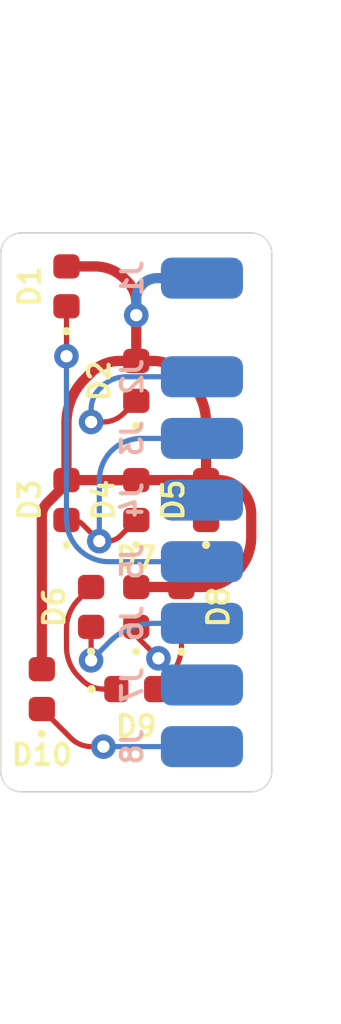
<source format=kicad_pcb>
(kicad_pcb (version 20211014) (generator pcbnew)
  (layers (0 "F.Cu" signal) (31 "B.Cu" signal) (34 "B.Paste" user) (35 "F.Paste" user) (36 "B.SilkS" user "B.Silkscreen") (37 "F.SilkS" user "F.Silkscreen") (38 "B.Mask" user) (39 "F.Mask" user) (44 "Edge.Cuts" user))
  (net 0 "")
  (net 1 "Net-(D1-Pad1)")
  (net 2 "Net-(D3-Pad1)")
  (net 3 "Net-(D5-Pad1)")
  (net 4 "Net-(D6-Pad1)")
  (net 5 "Net-(D2-Pad2)")
  (net 6 "Net-(D2-Pad1)")
  (net 7 "Net-(D6-Pad2)")
  (net 8 "Net-(D7-Pad1)")
  (net 9 "Net-(D9-Pad2)")
  (net 10 "Net-(D10-Pad1)")
  (footprint "LED_SMD:LED_0402_1005Metric" (layer "F.Cu") (at 123.3 84.1)
    (fp_text reference "D9" (at 0 0.9) (layer "F.SilkS") (effects (font (size 0.5 0.5) (thickness 0.1))))
    (fp_text value "LED")
    (fp_circle (center -1.09 0) (end -1.04 0) (layer "F.SilkS") (width 0.1) (fill none))
    (pad "1" smd roundrect (at -0.485 0) (size 0.59 0.64) (layers "F.Cu" "F.Paste" "F.Mask") (net 7 "Net-(D6-Pad2)"))
    (pad "2" smd roundrect (at 0.485 0) (size 0.59 0.64) (layers "F.Cu" "F.Paste" "F.Mask") (net 9 "Net-(D9-Pad2)"))
  )
  (footprint "LED_SMD:LED_0402_1005Metric" (layer "F.Cu") (at 123.3 82.1 90)
    (fp_text reference "D7" (at 1.2 0 180) (layer "F.SilkS") (effects (font (size 0.5 0.5) (thickness 0.1))))
    (fp_text value "LED")
    (fp_circle (center -1.09 0) (end -1.04 0) (layer "F.SilkS") (width 0.1) (fill none))
    (pad "1" smd roundrect (at -0.485 0 90) (size 0.59 0.64) (layers "F.Cu" "F.Paste" "F.Mask") (net 8 "Net-(D7-Pad1)"))
    (pad "2" smd roundrect (at 0.485 0 90) (size 0.59 0.64) (layers "F.Cu" "F.Paste" "F.Mask") (net 5 "Net-(D2-Pad2)"))
  )
  (footprint "LED_SMD:LED_0402_1005Metric" (layer "F.Cu") (at 125 79.5 90)
    (fp_text reference "D5" (at 0 -0.8 90) (layer "F.SilkS") (effects (font (size 0.5 0.5) (thickness 0.1))))
    (fp_text value "LED")
    (fp_circle (center -1.09 0) (end -1.04 0) (layer "F.SilkS") (width 0.1) (fill none))
    (pad "1" smd roundrect (at -0.485 0 90) (size 0.59 0.64) (layers "F.Cu" "F.Paste" "F.Mask") (net 3 "Net-(D5-Pad1)"))
    (pad "2" smd roundrect (at 0.485 0 90) (size 0.59 0.64) (layers "F.Cu" "F.Paste" "F.Mask") (net 5 "Net-(D2-Pad2)"))
  )
  (footprint "LED_SMD:LED_0402_1005Metric" (layer "F.Cu") (at 121.6 74.3 90)
    (fp_text reference "D1" (at 0 -0.9 90) (layer "F.SilkS") (effects (font (size 0.5 0.5) (thickness 0.1))))
    (fp_text value "LED")
    (fp_circle (center -1.09 0) (end -1.04 0) (layer "F.SilkS") (width 0.1) (fill none))
    (pad "1" smd roundrect (at -0.485 0 90) (size 0.59 0.64) (layers "F.Cu" "F.Paste" "F.Mask") (net 1 "Net-(D1-Pad1)"))
    (pad "2" smd roundrect (at 0.485 0 90) (size 0.59 0.64) (layers "F.Cu" "F.Paste" "F.Mask") (net 5 "Net-(D2-Pad2)"))
  )
  (footprint "LED_SMD:LED_0402_1005Metric" (layer "F.Cu") (at 124.4 82.1 90)
    (fp_text reference "D8" (at 0 0.9 270) (layer "F.SilkS") (effects (font (size 0.5 0.5) (thickness 0.1))))
    (fp_text value "LED")
    (fp_circle (center -1.09 0) (end -1.04 0) (layer "F.SilkS") (width 0.1) (fill none))
    (pad "1" smd roundrect (at -0.485 0 90) (size 0.59 0.64) (layers "F.Cu" "F.Paste" "F.Mask") (net 9 "Net-(D9-Pad2)"))
    (pad "2" smd roundrect (at 0.485 0 90) (size 0.59 0.64) (layers "F.Cu" "F.Paste" "F.Mask") (net 5 "Net-(D2-Pad2)"))
  )
  (footprint "LED_SMD:LED_0402_1005Metric" (layer "F.Cu") (at 121.6 79.5 90)
    (fp_text reference "D3" (at 0 -0.9 90) (layer "F.SilkS") (effects (font (size 0.5 0.5) (thickness 0.1))))
    (fp_text value "LED")
    (fp_circle (center -1.09 0) (end -1.04 0) (layer "F.SilkS") (width 0.1) (fill none))
    (pad "1" smd roundrect (at -0.485 0 90) (size 0.59 0.64) (layers "F.Cu" "F.Paste" "F.Mask") (net 2 "Net-(D3-Pad1)"))
    (pad "2" smd roundrect (at 0.485 0 90) (size 0.59 0.64) (layers "F.Cu" "F.Paste" "F.Mask") (net 5 "Net-(D2-Pad2)"))
  )
  (footprint "LED_SMD:LED_0402_1005Metric" (layer "F.Cu") (at 122.2 82.1 90)
    (fp_text reference "D6" (at 0 -0.9 90) (layer "F.SilkS") (effects (font (size 0.5 0.5) (thickness 0.1))))
    (fp_text value "LED")
    (fp_circle (center -1.09 0) (end -1.04 0) (layer "F.SilkS") (width 0.1) (fill none))
    (pad "1" smd roundrect (at -0.485 0 90) (size 0.59 0.64) (layers "F.Cu" "F.Paste" "F.Mask") (net 4 "Net-(D6-Pad1)"))
    (pad "2" smd roundrect (at 0.485 0 90) (size 0.59 0.64) (layers "F.Cu" "F.Paste" "F.Mask") (net 7 "Net-(D6-Pad2)"))
  )
  (footprint "LED_SMD:LED_0402_1005Metric" (layer "F.Cu") (at 123.3 76.6 90)
    (fp_text reference "D2" (at 0 -0.9 90) (layer "F.SilkS") (effects (font (size 0.5 0.5) (thickness 0.1))))
    (fp_text value "LED")
    (fp_circle (center -1.09 0) (end -1.04 0) (layer "F.SilkS") (width 0.1) (fill none))
    (pad "1" smd roundrect (at -0.485 0 90) (size 0.59 0.64) (layers "F.Cu" "F.Paste" "F.Mask") (net 6 "Net-(D2-Pad1)"))
    (pad "2" smd roundrect (at 0.485 0 90) (size 0.59 0.64) (layers "F.Cu" "F.Paste" "F.Mask") (net 5 "Net-(D2-Pad2)"))
  )
  (footprint "LED_SMD:LED_0402_1005Metric" (layer "F.Cu") (at 121 84.1 90)
    (fp_text reference "D10" (at -1.6 0 180) (layer "F.SilkS") (effects (font (size 0.5 0.5) (thickness 0.1))))
    (fp_text value "LED")
    (fp_circle (center -1.09 0) (end -1.04 0) (layer "F.SilkS") (width 0.1) (fill none))
    (pad "1" smd roundrect (at -0.485 0 90) (size 0.59 0.64) (layers "F.Cu" "F.Paste" "F.Mask") (net 10 "Net-(D10-Pad1)"))
    (pad "2" smd roundrect (at 0.485 0 90) (size 0.59 0.64) (layers "F.Cu" "F.Paste" "F.Mask") (net 5 "Net-(D2-Pad2)"))
  )
  (footprint "LED_SMD:LED_0402_1005Metric" (layer "F.Cu") (at 123.3 79.5 90)
    (fp_text reference "D4" (at 0 -0.8 90) (layer "F.SilkS") (effects (font (size 0.5 0.5) (thickness 0.1))))
    (fp_text value "LED")
    (fp_circle (center -1.09 0) (end -1.04 0) (layer "F.SilkS") (width 0.1) (fill none))
    (pad "1" smd roundrect (at -0.485 0 90) (size 0.59 0.64) (layers "F.Cu" "F.Paste" "F.Mask") (net 2 "Net-(D3-Pad1)"))
    (pad "2" smd roundrect (at 0.485 0 90) (size 0.59 0.64) (layers "F.Cu" "F.Paste" "F.Mask") (net 5 "Net-(D2-Pad2)"))
  )
  (footprint "Connector_Wire:SolderWirePad_1x01_SMD_1x2mm" (layer "B.Cu") (at 124.9 81 -90)
    (fp_text reference "J5" (at 0 1.7 90) (layer "B.SilkS") (effects (font (size 0.5 0.5) (thickness 0.1)) (justify mirror)))
    (fp_text value "Conn_01x01_Male")
    (pad "1" smd roundrect (at 0 0 270) (size 1 2) (layers "B.Cu" "B.Paste" "B.Mask") (net 1 "Net-(D1-Pad1)"))
  )
  (footprint "Connector_Wire:SolderWirePad_1x01_SMD_1x2mm" (layer "B.Cu") (at 124.9 74.1 -90)
    (fp_text reference "J1" (at 0 1.7 90) (layer "B.SilkS") (effects (font (size 0.5 0.5) (thickness 0.1)) (justify mirror)))
    (fp_text value "Conn_01x01_Male")
    (pad "1" smd roundrect (at 0 0 270) (size 1 2) (layers "B.Cu" "B.Paste" "B.Mask") (net 5 "Net-(D2-Pad2)"))
  )
  (footprint "Connector_Wire:SolderWirePad_1x01_SMD_1x2mm" (layer "B.Cu") (at 124.9 79.5 -90)
    (fp_text reference "J4" (at 0 1.7 90) (layer "B.SilkS") (effects (font (size 0.5 0.5) (thickness 0.1)) (justify mirror)))
    (fp_text value "Conn_01x01_Male")
    (pad "1" smd roundrect (at 0 0 270) (size 1 2) (layers "B.Cu" "B.Paste" "B.Mask") (net 3 "Net-(D5-Pad1)"))
  )
  (footprint "Connector_Wire:SolderWirePad_1x01_SMD_1x2mm" (layer "B.Cu") (at 124.9 84 -90)
    (fp_text reference "J7" (at 0 1.7 90) (layer "B.SilkS") (effects (font (size 0.5 0.5) (thickness 0.1)) (justify mirror)))
    (fp_text value "Conn_01x01_Male")
    (pad "1" smd roundrect (at 0 0 270) (size 1 2) (layers "B.Cu" "B.Paste" "B.Mask") (net 8 "Net-(D7-Pad1)"))
  )
  (footprint "Connector_Wire:SolderWirePad_1x01_SMD_1x2mm" (layer "B.Cu") (at 124.9 82.5 -90)
    (fp_text reference "J6" (at 0 1.7 90) (layer "B.SilkS") (effects (font (size 0.5 0.5) (thickness 0.1)) (justify mirror)))
    (fp_text value "Conn_01x01_Male")
    (pad "1" smd roundrect (at 0 0 270) (size 1 2) (layers "B.Cu" "B.Paste" "B.Mask") (net 4 "Net-(D6-Pad1)"))
  )
  (footprint "Connector_Wire:SolderWirePad_1x01_SMD_1x2mm" (layer "B.Cu") (at 124.9 76.5 -90)
    (fp_text reference "J2" (at 0 1.7 90) (layer "B.SilkS") (effects (font (size 0.5 0.5) (thickness 0.1)) (justify mirror)))
    (fp_text value "Conn_01x01_Male")
    (pad "1" smd roundrect (at 0 0 270) (size 1 2) (layers "B.Cu" "B.Paste" "B.Mask") (net 6 "Net-(D2-Pad1)"))
  )
  (footprint "Connector_Wire:SolderWirePad_1x01_SMD_1x2mm" (layer "B.Cu") (at 124.9 85.5 -90)
    (fp_text reference "J8" (at 0 1.7 90) (layer "B.SilkS") (effects (font (size 0.5 0.5) (thickness 0.1)) (justify mirror)))
    (fp_text value "Conn_01x01_Male")
    (pad "1" smd roundrect (at 0 0 270) (size 1 2) (layers "B.Cu" "B.Paste" "B.Mask") (net 10 "Net-(D10-Pad1)"))
  )
  (footprint "Connector_Wire:SolderWirePad_1x01_SMD_1x2mm" (layer "B.Cu") (at 124.9 78 -90)
    (fp_text reference "J3" (at 0 1.7 90) (layer "B.SilkS") (effects (font (size 0.5 0.5) (thickness 0.1)) (justify mirror)))
    (fp_text value "Conn_01x01_Male")
    (pad "1" smd roundrect (at 0 0 270) (size 1 2) (layers "B.Cu" "B.Paste" "B.Mask") (net 2 "Net-(D3-Pad1)"))
  )
  (gr_arc (start 126.6 86.1) (mid 126.453553 86.453553) (end 126.1 86.6) (layer "Edge.Cuts") (width 0.0381))
  (gr_line (start 120.5 86.6) (end 126.1 86.6) (layer "Edge.Cuts") (width 0.0381))
  (gr_line (start 120 86.1) (end 120 73.5) (layer "Edge.Cuts") (width 0.0381))
  (gr_line (start 120.5 73) (end 126.1 73) (layer "Edge.Cuts") (width 0.0381))
  (gr_arc (start 120.5 86.6) (mid 120.146447 86.453553) (end 120 86.1) (layer "Edge.Cuts") (width 0.0381))
  (gr_line (start 126.6 86.1) (end 126.6 73.5) (layer "Edge.Cuts") (width 0.0381))
  (gr_arc (start 126.1 73) (mid 126.453553 73.146447) (end 126.6 73.5) (layer "Edge.Cuts") (width 0.0381))
  (gr_arc (start 120 73.5) (mid 120.146447 73.146447) (end 120.5 73) (layer "Edge.Cuts") (width 0.0381))
  (segment (start 121.6 76) (end 121.6 74.795606) (width 0.127) (layer "F.Cu") (net 1))
  (segment (start 121.6075 74.7925) (end 121.615 74.8) (width 0.127) (layer "F.Cu") (net 1))
  (via (at 121.6 76) (size 0.6) (drill 0.3) (layers "F.Cu" "B.Cu") (net 1))
  (arc (start 121.6075 74.7925) (mid 121.602712 74.791547) (end 121.6 74.795606) (width 0.127) (layer "F.Cu") (net 1))
  (segment (start 122.636246 81) (end 124.9 81) (width 0.127) (layer "B.Cu") (net 1))
  (segment (start 121.6 76) (end 121.6 79.963753) (width 0.127) (layer "B.Cu") (net 1))
  (arc (start 121.903509 80.69649) (mid 122.239691 80.92112) (end 122.636246 81) (width 0.127) (layer "B.Cu") (net 1))
  (arc (start 121.6 79.963753) (mid 121.678879 80.360307) (end 121.903509 80.69649) (width 0.127) (layer "B.Cu") (net 1))
  (segment (start 122.4 80.5) (end 122.5925 80.5) (width 0.127) (layer "F.Cu") (net 2))
  (segment (start 122.4 80.5) (end 121.985762 80.085762) (width 0.127) (layer "F.Cu") (net 2))
  (segment (start 122.921118 80.363881) (end 123.3 79.985) (width 0.127) (layer "F.Cu") (net 2))
  (segment (start 121.7425 79.985) (end 121.6 79.985) (width 0.127) (layer "F.Cu") (net 2))
  (via (at 122.4 80.5) (size 0.6) (drill 0.3) (layers "F.Cu" "B.Cu") (net 2))
  (arc (start 121.985762 80.085762) (mid 121.874152 80.011187) (end 121.7425 79.985) (width 0.127) (layer "F.Cu") (net 2))
  (arc (start 122.921118 80.363881) (mid 122.770346 80.464623) (end 122.5925 80.5) (width 0.127) (layer "F.Cu") (net 2))
  (segment (start 123.424264 78) (end 124.9 78) (width 0.127) (layer "B.Cu") (net 2))
  (segment (start 122.4 80.5) (end 122.4 79.024264) (width 0.127) (layer "B.Cu") (net 2))
  (arc (start 123.424264 78) (mid 123.032295 78.077967) (end 122.7 78.3) (width 0.127) (layer "B.Cu") (net 2))
  (arc (start 122.7 78.3) (mid 122.477967 78.632295) (end 122.4 79.024264) (width 0.127) (layer "B.Cu") (net 2))
  (segment (start 125.5 79.5) (end 124.9 79.5) (width 0.127) (layer "B.Cu") (net 3))
  (segment (start 122.2 83.4) (end 122.2 82.585) (width 0.127) (layer "F.Cu") (net 4))
  (via (at 122.2 83.4) (size 0.6) (drill 0.3) (layers "F.Cu" "B.Cu") (net 4))
  (segment (start 122.65 82.95) (end 122.2 83.4) (width 0.127) (layer "B.Cu") (net 4))
  (segment (start 123.736396 82.5) (end 124.9 82.5) (width 0.127) (layer "B.Cu") (net 4))
  (arc (start 123.736396 82.5) (mid 123.148442 82.616951) (end 122.65 82.95) (width 0.127) (layer "B.Cu") (net 4))
  (segment (start 123.7075 76.115) (end 123.3 76.115) (width 0.25) (layer "F.Cu") (net 5))
  (segment (start 122.301342 73.815) (end 121.6 73.815) (width 0.25) (layer "F.Cu") (net 5))
  (segment (start 121.64285 79.015) (end 123.3 79.015) (width 0.25) (layer "F.Cu") (net 5))
  (segment (start 126.1 79.842946) (end 126.1 80.394418) (width 0.25) (layer "F.Cu") (net 5))
  (segment (start 121.5697 79.131) (end 121.133098 79.567603) (width 0.25) (layer "F.Cu") (net 5))
  (segment (start 124.403146 76.403146) (end 124.5575 76.5575) (width 0.25) (layer "F.Cu") (net 5))
  (segment (start 125.3075 79.015) (end 125 79.015) (width 0.25) (layer "F.Cu") (net 5))
  (segment (start 121.6 78.972149) (end 121.6 77.625789) (width 0.25) (layer "F.Cu") (net 5))
  (segment (start 125 79.015) (end 125 77.625789) (width 0.25) (layer "F.Cu") (net 5))
  (segment (start 123.3 76.115) (end 123.3 75) (width 0.25) (layer "F.Cu") (net 5))
  (segment (start 124.4 81.615) (end 123.3 81.615) (width 0.25) (layer "F.Cu") (net 5))
  (segment (start 125 79.015) (end 123.3 79.015) (width 0.25) (layer "F.Cu") (net 5))
  (segment (start 125.8575 79.2575) (end 125.832435 79.232435) (width 0.25) (layer "F.Cu") (net 5))
  (segment (start 123.0075 74.1075) (end 123.087867 74.187867) (width 0.25) (layer "F.Cu") (net 5))
  (segment (start 121 79.888932) (end 121 83.615) (width 0.25) (layer "F.Cu") (net 5))
  (segment (start 122.042499 76.557499) (end 122.196853 76.403146) (width 0.25) (layer "F.Cu") (net 5))
  (segment (start 121.6 79.05785) (end 121.6 78.972149) (width 0.25) (layer "F.Cu") (net 5))
  (segment (start 123.3 74.7) (end 123.3 75) (width 0.25) (layer "F.Cu") (net 5))
  (segment (start 124.8925 81.615) (end 124.4 81.615) (width 0.25) (layer "F.Cu") (net 5))
  (segment (start 125.73325 81.266749) (end 125.7425 81.2575) (width 0.25) (layer "F.Cu") (net 5))
  (segment (start 123.3 76.115) (end 122.8925 76.115) (width 0.25) (layer "F.Cu") (net 5))
  (via (at 123.3 75) (size 0.6) (drill 0.3) (layers "F.Cu" "B.Cu") (net 5))
  (arc (start 125.832435 79.232435) (mid 125.591592 79.071509) (end 125.3075 79.015) (width 0.25) (layer "F.Cu") (net 5))
  (arc (start 124.5575 76.5575) (mid 124.884997 77.047635) (end 125 77.625789) (width 0.25) (layer "F.Cu") (net 5))
  (arc (start 121.6 78.972149) (mid 121.61255 79.002449) (end 121.64285 79.015) (width 0.25) (layer "F.Cu") (net 5))
  (arc (start 123.087867 74.187867) (mid 123.244868 74.422835) (end 123.3 74.7) (width 0.25) (layer "F.Cu") (net 5))
  (arc (start 122.8925 76.115) (mid 122.516018 76.189886) (end 122.196853 76.403146) (width 0.25) (layer "F.Cu") (net 5))
  (arc (start 125.73325 81.266749) (mid 125.34751 81.524492) (end 124.8925 81.615) (width 0.25) (layer "F.Cu") (net 5))
  (arc (start 123.0075 74.1075) (mid 122.683512 73.891018) (end 122.301342 73.815) (width 0.25) (layer "F.Cu") (net 5))
  (arc (start 121.64285 79.015) (mid 121.61255 79.02755) (end 121.6 79.05785) (width 0.25) (layer "F.Cu") (net 5))
  (arc (start 121.133098 79.567603) (mid 121.034591 79.71503) (end 121 79.888932) (width 0.25) (layer "F.Cu") (net 5))
  (arc (start 121.6 79.05785) (mid 121.592125 79.097438) (end 121.5697 79.131) (width 0.25) (layer "F.Cu") (net 5))
  (arc (start 124.403146 76.403146) (mid 124.08398 76.189886) (end 123.7075 76.115) (width 0.25) (layer "F.Cu") (net 5))
  (arc (start 125.8575 79.2575) (mid 126.036976 79.526105) (end 126.1 79.842946) (width 0.25) (layer "F.Cu") (net 5))
  (arc (start 122.042499 76.557499) (mid 121.715001 77.047634) (end 121.6 77.625789) (width 0.25) (layer "F.Cu") (net 5))
  (arc (start 126.1 80.394418) (mid 126.007088 80.861514) (end 125.7425 81.2575) (width 0.25) (layer "F.Cu") (net 5))
  (segment (start 123.812132 74.1) (end 124.9 74.1) (width 0.25) (layer "B.Cu") (net 5))
  (segment (start 123.3 75) (end 123.3 74.612132) (width 0.25) (layer "B.Cu") (net 5))
  (arc (start 123.45 74.25) (mid 123.338983 74.416147) (end 123.3 74.612132) (width 0.25) (layer "B.Cu") (net 5))
  (arc (start 123.812132 74.1) (mid 123.616147 74.138983) (end 123.45 74.25) (width 0.25) (layer "B.Cu") (net 5))
  (segment (start 122.2 77.6) (end 122.4925 77.6) (width 0.127) (layer "F.Cu") (net 6))
  (segment (start 122.991828 77.393171) (end 123.3 77.085) (width 0.127) (layer "F.Cu") (net 6))
  (via (at 122.2 77.6) (size 0.6) (drill 0.3) (layers "F.Cu" "B.Cu") (net 6))
  (arc (start 122.991828 77.393171) (mid 122.762734 77.546246) (end 122.4925 77.6) (width 0.127) (layer "F.Cu") (net 6))
  (segment (start 122.2 77.6) (end 122.2 77.3) (width 0.127) (layer "B.Cu") (net 6))
  (segment (start 123.053553 76.5) (end 124.9 76.5) (width 0.127) (layer "B.Cu") (net 6))
  (segment (start 122.449999 76.749999) (end 122.412132 76.787867) (width 0.127) (layer "B.Cu") (net 6))
  (arc (start 123.053553 76.5) (mid 122.726912 76.564972) (end 122.449999 76.749999) (width 0.127) (layer "B.Cu") (net 6))
  (arc (start 122.412132 76.787867) (mid 122.255131 77.022835) (end 122.2 77.3) (width 0.127) (layer "B.Cu") (net 6))
  (segment (start 121.9 81.915) (end 122.2 81.615) (width 0.127) (layer "F.Cu") (net 7))
  (segment (start 121.982564 83.882564) (end 121.9 83.8) (width 0.127) (layer "F.Cu") (net 7))
  (segment (start 121.6 83.075735) (end 121.6 82.639264) (width 0.127) (layer "F.Cu") (net 7))
  (segment (start 122.5075 84.1) (end 122.815 84.1) (width 0.127) (layer "F.Cu") (net 7))
  (arc (start 121.9 81.915) (mid 121.677967 82.247295) (end 121.6 82.639264) (width 0.127) (layer "F.Cu") (net 7))
  (arc (start 121.982564 83.882564) (mid 122.223406 84.04349) (end 122.5075 84.1) (width 0.127) (layer "F.Cu") (net 7))
  (arc (start 121.6 83.075735) (mid 121.677967 83.467704) (end 121.9 83.8) (width 0.127) (layer "F.Cu") (net 7))
  (segment (start 123.3 82.698027) (end 123.3 82.585) (width 0.127) (layer "F.Cu") (net 8))
  (segment (start 123.84049 83.351545) (end 123.379922 82.890977) (width 0.127) (layer "F.Cu") (net 8))
  (via (at 123.84049 83.351545) (size 0.6) (drill 0.3) (layers "F.Cu" "B.Cu") (net 8))
  (arc (start 123.3 82.698027) (mid 123.320771 82.802451) (end 123.379922 82.890977) (width 0.127) (layer "F.Cu") (net 8))
  (segment (start 124.694472 84) (end 124.9 84) (width 0.127) (layer "B.Cu") (net 8))
  (segment (start 123.84049 83.351545) (end 124.343615 83.85467) (width 0.127) (layer "B.Cu") (net 8))
  (arc (start 124.343615 83.85467) (mid 124.504589 83.962229) (end 124.694472 84) (width 0.127) (layer "B.Cu") (net 8))
  (segment (start 124.4 83.050129) (end 124.4 82.585) (width 0.127) (layer "F.Cu") (net 9))
  (segment (start 124.0925 83.7925) (end 123.785 84.1) (width 0.127) (layer "F.Cu") (net 9))
  (arc (start 124.4 83.050129) (mid 124.320083 83.451897) (end 124.0925 83.7925) (width 0.127) (layer "F.Cu") (net 9))
  (segment (start 121.708171 85.293171) (end 121 84.585) (width 0.127) (layer "F.Cu") (net 10))
  (segment (start 122.2075 85.5) (end 122.5 85.5) (width 0.127) (layer "F.Cu") (net 10))
  (via (at 122.5 85.5) (size 0.6) (drill 0.3) (layers "F.Cu" "B.Cu") (net 10))
  (arc (start 121.708171 85.293171) (mid 121.937265 85.446246) (end 122.2075 85.5) (width 0.127) (layer "F.Cu") (net 10))
  (segment (start 122.5 85.5) (end 124.9 85.5) (width 0.127) (layer "B.Cu") (net 10))
)
</source>
